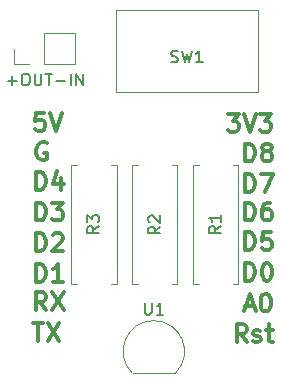
<source format=gbr>
%TF.GenerationSoftware,KiCad,Pcbnew,5.1.5*%
%TF.CreationDate,2020-11-01T11:17:01+00:00*%
%TF.ProjectId,board,626f6172-642e-46b6-9963-61645f706362,rev?*%
%TF.SameCoordinates,Original*%
%TF.FileFunction,Legend,Top*%
%TF.FilePolarity,Positive*%
%FSLAX46Y46*%
G04 Gerber Fmt 4.6, Leading zero omitted, Abs format (unit mm)*
G04 Created by KiCad (PCBNEW 5.1.5) date 2020-11-01 11:17:01*
%MOMM*%
%LPD*%
G04 APERTURE LIST*
%ADD10C,0.150000*%
%ADD11C,0.300000*%
%ADD12C,0.120000*%
G04 APERTURE END LIST*
D10*
X126589523Y-90461428D02*
X127351428Y-90461428D01*
X126970476Y-90842380D02*
X126970476Y-90080476D01*
X128018095Y-89842380D02*
X128208571Y-89842380D01*
X128303809Y-89890000D01*
X128399047Y-89985238D01*
X128446666Y-90175714D01*
X128446666Y-90509047D01*
X128399047Y-90699523D01*
X128303809Y-90794761D01*
X128208571Y-90842380D01*
X128018095Y-90842380D01*
X127922857Y-90794761D01*
X127827619Y-90699523D01*
X127780000Y-90509047D01*
X127780000Y-90175714D01*
X127827619Y-89985238D01*
X127922857Y-89890000D01*
X128018095Y-89842380D01*
X128875238Y-89842380D02*
X128875238Y-90651904D01*
X128922857Y-90747142D01*
X128970476Y-90794761D01*
X129065714Y-90842380D01*
X129256190Y-90842380D01*
X129351428Y-90794761D01*
X129399047Y-90747142D01*
X129446666Y-90651904D01*
X129446666Y-89842380D01*
X129780000Y-89842380D02*
X130351428Y-89842380D01*
X130065714Y-90842380D02*
X130065714Y-89842380D01*
X130684761Y-90461428D02*
X131446666Y-90461428D01*
X131922857Y-90842380D02*
X131922857Y-89842380D01*
X132399047Y-90842380D02*
X132399047Y-89842380D01*
X132970476Y-90842380D01*
X132970476Y-89842380D01*
D11*
X145242857Y-93278571D02*
X146171428Y-93278571D01*
X145671428Y-93850000D01*
X145885714Y-93850000D01*
X146028571Y-93921428D01*
X146100000Y-93992857D01*
X146171428Y-94135714D01*
X146171428Y-94492857D01*
X146100000Y-94635714D01*
X146028571Y-94707142D01*
X145885714Y-94778571D01*
X145457142Y-94778571D01*
X145314285Y-94707142D01*
X145242857Y-94635714D01*
X146600000Y-93278571D02*
X147100000Y-94778571D01*
X147600000Y-93278571D01*
X147957142Y-93278571D02*
X148885714Y-93278571D01*
X148385714Y-93850000D01*
X148600000Y-93850000D01*
X148742857Y-93921428D01*
X148814285Y-93992857D01*
X148885714Y-94135714D01*
X148885714Y-94492857D01*
X148814285Y-94635714D01*
X148742857Y-94707142D01*
X148600000Y-94778571D01*
X148171428Y-94778571D01*
X148028571Y-94707142D01*
X147957142Y-94635714D01*
X146692857Y-97278571D02*
X146692857Y-95778571D01*
X147050000Y-95778571D01*
X147264285Y-95850000D01*
X147407142Y-95992857D01*
X147478571Y-96135714D01*
X147550000Y-96421428D01*
X147550000Y-96635714D01*
X147478571Y-96921428D01*
X147407142Y-97064285D01*
X147264285Y-97207142D01*
X147050000Y-97278571D01*
X146692857Y-97278571D01*
X148407142Y-96421428D02*
X148264285Y-96350000D01*
X148192857Y-96278571D01*
X148121428Y-96135714D01*
X148121428Y-96064285D01*
X148192857Y-95921428D01*
X148264285Y-95850000D01*
X148407142Y-95778571D01*
X148692857Y-95778571D01*
X148835714Y-95850000D01*
X148907142Y-95921428D01*
X148978571Y-96064285D01*
X148978571Y-96135714D01*
X148907142Y-96278571D01*
X148835714Y-96350000D01*
X148692857Y-96421428D01*
X148407142Y-96421428D01*
X148264285Y-96492857D01*
X148192857Y-96564285D01*
X148121428Y-96707142D01*
X148121428Y-96992857D01*
X148192857Y-97135714D01*
X148264285Y-97207142D01*
X148407142Y-97278571D01*
X148692857Y-97278571D01*
X148835714Y-97207142D01*
X148907142Y-97135714D01*
X148978571Y-96992857D01*
X148978571Y-96707142D01*
X148907142Y-96564285D01*
X148835714Y-96492857D01*
X148692857Y-96421428D01*
X146692857Y-99878571D02*
X146692857Y-98378571D01*
X147050000Y-98378571D01*
X147264285Y-98450000D01*
X147407142Y-98592857D01*
X147478571Y-98735714D01*
X147550000Y-99021428D01*
X147550000Y-99235714D01*
X147478571Y-99521428D01*
X147407142Y-99664285D01*
X147264285Y-99807142D01*
X147050000Y-99878571D01*
X146692857Y-99878571D01*
X148050000Y-98378571D02*
X149050000Y-98378571D01*
X148407142Y-99878571D01*
X146692857Y-102278571D02*
X146692857Y-100778571D01*
X147050000Y-100778571D01*
X147264285Y-100850000D01*
X147407142Y-100992857D01*
X147478571Y-101135714D01*
X147550000Y-101421428D01*
X147550000Y-101635714D01*
X147478571Y-101921428D01*
X147407142Y-102064285D01*
X147264285Y-102207142D01*
X147050000Y-102278571D01*
X146692857Y-102278571D01*
X148835714Y-100778571D02*
X148550000Y-100778571D01*
X148407142Y-100850000D01*
X148335714Y-100921428D01*
X148192857Y-101135714D01*
X148121428Y-101421428D01*
X148121428Y-101992857D01*
X148192857Y-102135714D01*
X148264285Y-102207142D01*
X148407142Y-102278571D01*
X148692857Y-102278571D01*
X148835714Y-102207142D01*
X148907142Y-102135714D01*
X148978571Y-101992857D01*
X148978571Y-101635714D01*
X148907142Y-101492857D01*
X148835714Y-101421428D01*
X148692857Y-101350000D01*
X148407142Y-101350000D01*
X148264285Y-101421428D01*
X148192857Y-101492857D01*
X148121428Y-101635714D01*
X146692857Y-104778571D02*
X146692857Y-103278571D01*
X147050000Y-103278571D01*
X147264285Y-103350000D01*
X147407142Y-103492857D01*
X147478571Y-103635714D01*
X147550000Y-103921428D01*
X147550000Y-104135714D01*
X147478571Y-104421428D01*
X147407142Y-104564285D01*
X147264285Y-104707142D01*
X147050000Y-104778571D01*
X146692857Y-104778571D01*
X148907142Y-103278571D02*
X148192857Y-103278571D01*
X148121428Y-103992857D01*
X148192857Y-103921428D01*
X148335714Y-103850000D01*
X148692857Y-103850000D01*
X148835714Y-103921428D01*
X148907142Y-103992857D01*
X148978571Y-104135714D01*
X148978571Y-104492857D01*
X148907142Y-104635714D01*
X148835714Y-104707142D01*
X148692857Y-104778571D01*
X148335714Y-104778571D01*
X148192857Y-104707142D01*
X148121428Y-104635714D01*
X146692857Y-107378571D02*
X146692857Y-105878571D01*
X147050000Y-105878571D01*
X147264285Y-105950000D01*
X147407142Y-106092857D01*
X147478571Y-106235714D01*
X147550000Y-106521428D01*
X147550000Y-106735714D01*
X147478571Y-107021428D01*
X147407142Y-107164285D01*
X147264285Y-107307142D01*
X147050000Y-107378571D01*
X146692857Y-107378571D01*
X148478571Y-105878571D02*
X148621428Y-105878571D01*
X148764285Y-105950000D01*
X148835714Y-106021428D01*
X148907142Y-106164285D01*
X148978571Y-106450000D01*
X148978571Y-106807142D01*
X148907142Y-107092857D01*
X148835714Y-107235714D01*
X148764285Y-107307142D01*
X148621428Y-107378571D01*
X148478571Y-107378571D01*
X148335714Y-107307142D01*
X148264285Y-107235714D01*
X148192857Y-107092857D01*
X148121428Y-106807142D01*
X148121428Y-106450000D01*
X148192857Y-106164285D01*
X148264285Y-106021428D01*
X148335714Y-105950000D01*
X148478571Y-105878571D01*
X146728571Y-109550000D02*
X147442857Y-109550000D01*
X146585714Y-109978571D02*
X147085714Y-108478571D01*
X147585714Y-109978571D01*
X148371428Y-108478571D02*
X148514285Y-108478571D01*
X148657142Y-108550000D01*
X148728571Y-108621428D01*
X148800000Y-108764285D01*
X148871428Y-109050000D01*
X148871428Y-109407142D01*
X148800000Y-109692857D01*
X148728571Y-109835714D01*
X148657142Y-109907142D01*
X148514285Y-109978571D01*
X148371428Y-109978571D01*
X148228571Y-109907142D01*
X148157142Y-109835714D01*
X148085714Y-109692857D01*
X148014285Y-109407142D01*
X148014285Y-109050000D01*
X148085714Y-108764285D01*
X148157142Y-108621428D01*
X148228571Y-108550000D01*
X148371428Y-108478571D01*
X146828571Y-112578571D02*
X146328571Y-111864285D01*
X145971428Y-112578571D02*
X145971428Y-111078571D01*
X146542857Y-111078571D01*
X146685714Y-111150000D01*
X146757142Y-111221428D01*
X146828571Y-111364285D01*
X146828571Y-111578571D01*
X146757142Y-111721428D01*
X146685714Y-111792857D01*
X146542857Y-111864285D01*
X145971428Y-111864285D01*
X147400000Y-112507142D02*
X147542857Y-112578571D01*
X147828571Y-112578571D01*
X147971428Y-112507142D01*
X148042857Y-112364285D01*
X148042857Y-112292857D01*
X147971428Y-112150000D01*
X147828571Y-112078571D01*
X147614285Y-112078571D01*
X147471428Y-112007142D01*
X147400000Y-111864285D01*
X147400000Y-111792857D01*
X147471428Y-111650000D01*
X147614285Y-111578571D01*
X147828571Y-111578571D01*
X147971428Y-111650000D01*
X148471428Y-111578571D02*
X149042857Y-111578571D01*
X148685714Y-111078571D02*
X148685714Y-112364285D01*
X148757142Y-112507142D01*
X148900000Y-112578571D01*
X149042857Y-112578571D01*
X129714285Y-93178571D02*
X129000000Y-93178571D01*
X128928571Y-93892857D01*
X129000000Y-93821428D01*
X129142857Y-93750000D01*
X129500000Y-93750000D01*
X129642857Y-93821428D01*
X129714285Y-93892857D01*
X129785714Y-94035714D01*
X129785714Y-94392857D01*
X129714285Y-94535714D01*
X129642857Y-94607142D01*
X129500000Y-94678571D01*
X129142857Y-94678571D01*
X129000000Y-94607142D01*
X128928571Y-94535714D01*
X130214285Y-93178571D02*
X130714285Y-94678571D01*
X131214285Y-93178571D01*
X129892857Y-95750000D02*
X129750000Y-95678571D01*
X129535714Y-95678571D01*
X129321428Y-95750000D01*
X129178571Y-95892857D01*
X129107142Y-96035714D01*
X129035714Y-96321428D01*
X129035714Y-96535714D01*
X129107142Y-96821428D01*
X129178571Y-96964285D01*
X129321428Y-97107142D01*
X129535714Y-97178571D01*
X129678571Y-97178571D01*
X129892857Y-97107142D01*
X129964285Y-97035714D01*
X129964285Y-96535714D01*
X129678571Y-96535714D01*
X128992857Y-99678571D02*
X128992857Y-98178571D01*
X129350000Y-98178571D01*
X129564285Y-98250000D01*
X129707142Y-98392857D01*
X129778571Y-98535714D01*
X129850000Y-98821428D01*
X129850000Y-99035714D01*
X129778571Y-99321428D01*
X129707142Y-99464285D01*
X129564285Y-99607142D01*
X129350000Y-99678571D01*
X128992857Y-99678571D01*
X131135714Y-98678571D02*
X131135714Y-99678571D01*
X130778571Y-98107142D02*
X130421428Y-99178571D01*
X131350000Y-99178571D01*
X128992857Y-102278571D02*
X128992857Y-100778571D01*
X129350000Y-100778571D01*
X129564285Y-100850000D01*
X129707142Y-100992857D01*
X129778571Y-101135714D01*
X129850000Y-101421428D01*
X129850000Y-101635714D01*
X129778571Y-101921428D01*
X129707142Y-102064285D01*
X129564285Y-102207142D01*
X129350000Y-102278571D01*
X128992857Y-102278571D01*
X130350000Y-100778571D02*
X131278571Y-100778571D01*
X130778571Y-101350000D01*
X130992857Y-101350000D01*
X131135714Y-101421428D01*
X131207142Y-101492857D01*
X131278571Y-101635714D01*
X131278571Y-101992857D01*
X131207142Y-102135714D01*
X131135714Y-102207142D01*
X130992857Y-102278571D01*
X130564285Y-102278571D01*
X130421428Y-102207142D01*
X130350000Y-102135714D01*
X128992857Y-104878571D02*
X128992857Y-103378571D01*
X129350000Y-103378571D01*
X129564285Y-103450000D01*
X129707142Y-103592857D01*
X129778571Y-103735714D01*
X129850000Y-104021428D01*
X129850000Y-104235714D01*
X129778571Y-104521428D01*
X129707142Y-104664285D01*
X129564285Y-104807142D01*
X129350000Y-104878571D01*
X128992857Y-104878571D01*
X130421428Y-103521428D02*
X130492857Y-103450000D01*
X130635714Y-103378571D01*
X130992857Y-103378571D01*
X131135714Y-103450000D01*
X131207142Y-103521428D01*
X131278571Y-103664285D01*
X131278571Y-103807142D01*
X131207142Y-104021428D01*
X130350000Y-104878571D01*
X131278571Y-104878571D01*
X128992857Y-107478571D02*
X128992857Y-105978571D01*
X129350000Y-105978571D01*
X129564285Y-106050000D01*
X129707142Y-106192857D01*
X129778571Y-106335714D01*
X129850000Y-106621428D01*
X129850000Y-106835714D01*
X129778571Y-107121428D01*
X129707142Y-107264285D01*
X129564285Y-107407142D01*
X129350000Y-107478571D01*
X128992857Y-107478571D01*
X131278571Y-107478571D02*
X130421428Y-107478571D01*
X130850000Y-107478571D02*
X130850000Y-105978571D01*
X130707142Y-106192857D01*
X130564285Y-106335714D01*
X130421428Y-106407142D01*
X129850000Y-109878571D02*
X129350000Y-109164285D01*
X128992857Y-109878571D02*
X128992857Y-108378571D01*
X129564285Y-108378571D01*
X129707142Y-108450000D01*
X129778571Y-108521428D01*
X129850000Y-108664285D01*
X129850000Y-108878571D01*
X129778571Y-109021428D01*
X129707142Y-109092857D01*
X129564285Y-109164285D01*
X128992857Y-109164285D01*
X130350000Y-108378571D02*
X131350000Y-109878571D01*
X131350000Y-108378571D02*
X130350000Y-109878571D01*
X128757142Y-110978571D02*
X129614285Y-110978571D01*
X129185714Y-112478571D02*
X129185714Y-110978571D01*
X129971428Y-110978571D02*
X130971428Y-112478571D01*
X130971428Y-110978571D02*
X129971428Y-112478571D01*
D12*
%TO.C,SW1*%
X135780000Y-91440000D02*
X147780000Y-91440000D01*
X147780000Y-91440000D02*
X147780000Y-84440000D01*
X147780000Y-84440000D02*
X135780000Y-84440000D01*
X135780000Y-84440000D02*
X135780000Y-91440000D01*
%TO.C,R2*%
X137124999Y-107685001D02*
X137604999Y-107685001D01*
X137124999Y-97545001D02*
X137124999Y-107685001D01*
X137604999Y-97545001D02*
X137124999Y-97545001D01*
X140964999Y-107685001D02*
X140484999Y-107685001D01*
X140964999Y-97545001D02*
X140964999Y-107685001D01*
X140484999Y-97545001D02*
X140964999Y-97545001D01*
%TO.C,J1*%
X132310000Y-89060000D02*
X132310000Y-86400000D01*
X129710000Y-89060000D02*
X132310000Y-89060000D01*
X129710000Y-86400000D02*
X132310000Y-86400000D01*
X129710000Y-89060000D02*
X129710000Y-86400000D01*
X128440000Y-89060000D02*
X127110000Y-89060000D01*
X127110000Y-89060000D02*
X127110000Y-87730000D01*
%TO.C,U1*%
X137170000Y-115210000D02*
X140770000Y-115210000D01*
X137131522Y-115198478D02*
G75*
G02X138970000Y-110760000I1838478J1838478D01*
G01*
X140808478Y-115198478D02*
G75*
G03X138970000Y-110760000I-1838478J1838478D01*
G01*
%TO.C,R1*%
X142274999Y-107685001D02*
X142754999Y-107685001D01*
X142274999Y-97545001D02*
X142274999Y-107685001D01*
X142754999Y-97545001D02*
X142274999Y-97545001D01*
X146114999Y-107685001D02*
X145634999Y-107685001D01*
X146114999Y-97545001D02*
X146114999Y-107685001D01*
X145634999Y-97545001D02*
X146114999Y-97545001D01*
%TO.C,R3*%
X131974999Y-107685001D02*
X132454999Y-107685001D01*
X131974999Y-97545001D02*
X131974999Y-107685001D01*
X132454999Y-97545001D02*
X131974999Y-97545001D01*
X135814999Y-107685001D02*
X135334999Y-107685001D01*
X135814999Y-97545001D02*
X135814999Y-107685001D01*
X135334999Y-97545001D02*
X135814999Y-97545001D01*
%TO.C,SW1*%
D10*
X140446666Y-88844761D02*
X140589523Y-88892380D01*
X140827619Y-88892380D01*
X140922857Y-88844761D01*
X140970476Y-88797142D01*
X141018095Y-88701904D01*
X141018095Y-88606666D01*
X140970476Y-88511428D01*
X140922857Y-88463809D01*
X140827619Y-88416190D01*
X140637142Y-88368571D01*
X140541904Y-88320952D01*
X140494285Y-88273333D01*
X140446666Y-88178095D01*
X140446666Y-88082857D01*
X140494285Y-87987619D01*
X140541904Y-87940000D01*
X140637142Y-87892380D01*
X140875238Y-87892380D01*
X141018095Y-87940000D01*
X141351428Y-87892380D02*
X141589523Y-88892380D01*
X141780000Y-88178095D01*
X141970476Y-88892380D01*
X142208571Y-87892380D01*
X143113333Y-88892380D02*
X142541904Y-88892380D01*
X142827619Y-88892380D02*
X142827619Y-87892380D01*
X142732380Y-88035238D01*
X142637142Y-88130476D01*
X142541904Y-88178095D01*
%TO.C,R2*%
X139512380Y-102806666D02*
X139036190Y-103140000D01*
X139512380Y-103378095D02*
X138512380Y-103378095D01*
X138512380Y-102997142D01*
X138560000Y-102901904D01*
X138607619Y-102854285D01*
X138702857Y-102806666D01*
X138845714Y-102806666D01*
X138940952Y-102854285D01*
X138988571Y-102901904D01*
X139036190Y-102997142D01*
X139036190Y-103378095D01*
X138607619Y-102425714D02*
X138560000Y-102378095D01*
X138512380Y-102282857D01*
X138512380Y-102044761D01*
X138560000Y-101949523D01*
X138607619Y-101901904D01*
X138702857Y-101854285D01*
X138798095Y-101854285D01*
X138940952Y-101901904D01*
X139512380Y-102473333D01*
X139512380Y-101854285D01*
%TO.C,U1*%
X138208095Y-109252380D02*
X138208095Y-110061904D01*
X138255714Y-110157142D01*
X138303333Y-110204761D01*
X138398571Y-110252380D01*
X138589047Y-110252380D01*
X138684285Y-110204761D01*
X138731904Y-110157142D01*
X138779523Y-110061904D01*
X138779523Y-109252380D01*
X139779523Y-110252380D02*
X139208095Y-110252380D01*
X139493809Y-110252380D02*
X139493809Y-109252380D01*
X139398571Y-109395238D01*
X139303333Y-109490476D01*
X139208095Y-109538095D01*
%TO.C,R1*%
X144652380Y-102766666D02*
X144176190Y-103100000D01*
X144652380Y-103338095D02*
X143652380Y-103338095D01*
X143652380Y-102957142D01*
X143700000Y-102861904D01*
X143747619Y-102814285D01*
X143842857Y-102766666D01*
X143985714Y-102766666D01*
X144080952Y-102814285D01*
X144128571Y-102861904D01*
X144176190Y-102957142D01*
X144176190Y-103338095D01*
X144652380Y-101814285D02*
X144652380Y-102385714D01*
X144652380Y-102100000D02*
X143652380Y-102100000D01*
X143795238Y-102195238D01*
X143890476Y-102290476D01*
X143938095Y-102385714D01*
%TO.C,R3*%
X134322380Y-102781667D02*
X133846190Y-103115001D01*
X134322380Y-103353096D02*
X133322380Y-103353096D01*
X133322380Y-102972143D01*
X133370000Y-102876905D01*
X133417619Y-102829286D01*
X133512857Y-102781667D01*
X133655714Y-102781667D01*
X133750952Y-102829286D01*
X133798571Y-102876905D01*
X133846190Y-102972143D01*
X133846190Y-103353096D01*
X133322380Y-102448334D02*
X133322380Y-101829286D01*
X133703333Y-102162620D01*
X133703333Y-102019762D01*
X133750952Y-101924524D01*
X133798571Y-101876905D01*
X133893809Y-101829286D01*
X134131904Y-101829286D01*
X134227142Y-101876905D01*
X134274761Y-101924524D01*
X134322380Y-102019762D01*
X134322380Y-102305477D01*
X134274761Y-102400715D01*
X134227142Y-102448334D01*
%TD*%
M02*

</source>
